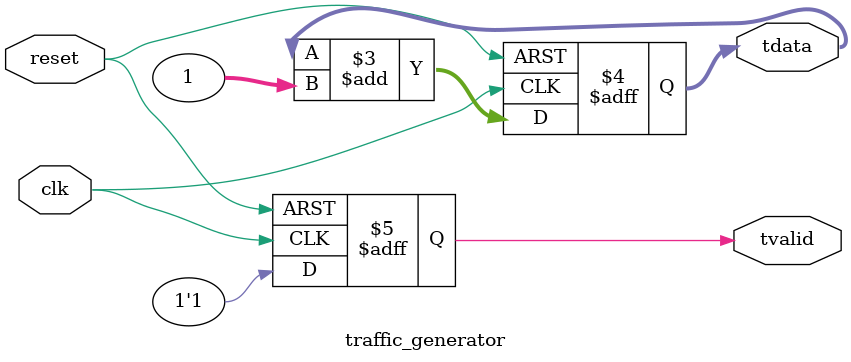
<source format=v>
module traffic_generator(
    clk,
    reset,
    tdata,
    tvalid
);

parameter noc_dw = 32; //NoC Data Width
parameter byte_dw = 8; 

/*****************INPUT/OUTPUT Definition********************/
input wire clk;
input wire reset;

output reg [noc_dw - 1 : 0] tdata;
output reg tvalid;

/******************Sequential Logic*************************/
//a simple counter to test functionality
always @ (posedge clk, posedge reset)
begin

	if(reset == 1'b1) begin
		tdata <= 0;
      tvalid <= 1'b0;
	end
	else begin
		tdata <= tdata + 1;
		tvalid <= 1'b1;
	end
end

endmodule 
</source>
